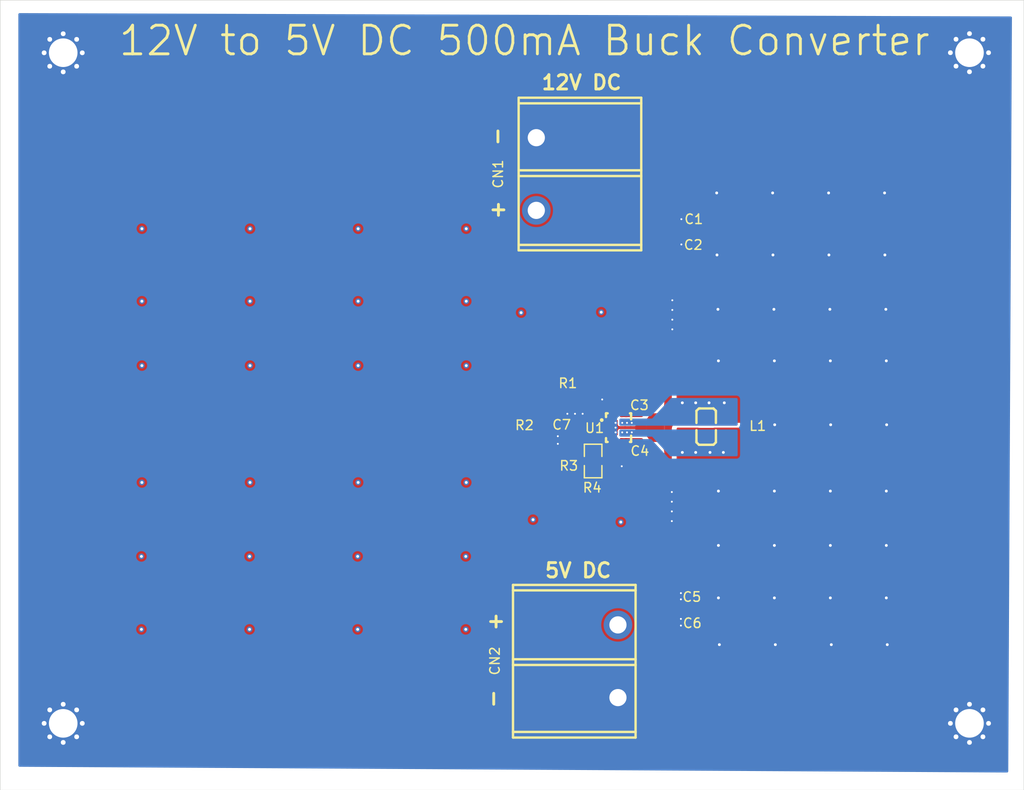
<source format=kicad_pcb>
(kicad_pcb (version 20241229) (generator "pcbnew") (generator_version "9.0")
  (layers (0 "F.Cu" signal) (2 "B.Cu" signal) (13 "F.Paste" user) (15 "B.Paste" user) (5 "F.SilkS" user "F.Silkscreen") (7 "B.SilkS" user "B.Silkscreen") (1 "F.Mask" user) (3 "B.Mask" user) (25 "Edge.Cuts" user))
  (net 0 "")
  (net 1 "+12V")
  (net 2 "GND")
  (net 3 "+5V")
  (net 4 "L2")
  (net 5 "L1")
  (net 6 "Net-(U1-EN)")
  (net 7 "Net-(U1-FB)")
  (net 8 "PG")
  (net 9 "Vaux")
  (footprint "PCM_JLCPCB:R_0603" (layer "F.Cu") (at 169.15 96.25 90)
    (property "Reference" "R2" (at 0 -1.8 180) (layer "F.SilkS"))
    (property "Value" "100kΩ" (hide yes))
    (pad "1" smd roundrect (at -0.82 0 90) (size 0.8 0.95) (layers "F.Cu" "F.Mask" "F.Paste") (net 3 "+5V"))
    (pad "2" smd roundrect (at 0.82 0 90) (size 0.8 0.95) (layers "F.Cu" "F.Mask" "F.Paste") (net 8 "PG"))
  )
  (footprint "PCM_JLCPCB:C_0805" (layer "F.Cu") (at 181.75 116.9)
    (property "Reference" "C6" (at 3.2 0.1 0) (layer "F.SilkS"))
    (property "Value" "47uF" (hide yes))
    (pad "1" smd roundrect (at -0.95 0) (size 1 1.45) (layers "F.Cu" "F.Mask" "F.Paste") (net 3 "+5V"))
    (pad "2" smd roundrect (at 0.95 0) (size 1 1.45) (layers "F.Cu" "F.Mask" "F.Paste") (net 2 "GND"))
  )
  (footprint "EasyEDA:L0805" (layer "F.Cu") (at 186.4 96.43 -90)
    (property "Reference" "L1" (at -0.1 -5.4 180) (layer "F.SilkS"))
    (property "Value" "MLI2012F-1R5KT" (hide yes))
    (fp_line (start -1.69 1.02) (end -0.42 1.02) (stroke (width 0.25)) (layer "F.SilkS"))
    (fp_line (start 0.34 1.02) (end 1.48 1.02) (stroke (width 0.25)) (layer "F.SilkS"))
    (fp_line (start 1.48 1.02) (end 1.61 1.02) (stroke (width 0.25)) (layer "F.SilkS"))
    (fp_line (start 1.61 1.02) (end 1.87 0.76) (stroke (width 0.25)) (layer "F.SilkS"))
    (fp_line (start -1.94 0.76) (end -1.69 1.02) (stroke (width 0.25)) (layer "F.SilkS"))
    (fp_line (start 1.87 0.76) (end 1.87 -0.63) (stroke (width 0.25)) (layer "F.SilkS"))
    (fp_line (start -1.94 0.64) (end -1.94 0.76) (stroke (width 0.25)) (layer "F.SilkS"))
    (fp_line (start 1.87 -0.63) (end 1.87 -0.76) (stroke (width 0.25)) (layer "F.SilkS"))
    (fp_line (start -1.94 -0.76) (end -1.94 0.64) (stroke (width 0.25)) (layer "F.SilkS"))
    (fp_line (start 1.87 -0.76) (end 1.61 -1.02) (stroke (width 0.25)) (layer "F.SilkS"))
    (fp_line (start -1.69 -1.02) (end -1.94 -0.76) (stroke (width 0.25)) (layer "F.SilkS"))
    (fp_line (start -1.56 -1.02) (end -1.69 -1.02) (stroke (width 0.25)) (layer "F.SilkS"))
    (fp_line (start -0.42 -1.02) (end -1.56 -1.02) (stroke (width 0.25)) (layer "F.SilkS"))
    (fp_line (start 1.61 -1.02) (end 0.34 -1.02) (stroke (width 0.25)) (layer "F.SilkS"))
    (pad "1" smd rect (at -0.97 0 270) (size 1.13 1.38) (layers "F.Cu" "F.Mask" "F.Paste") (net 5 "L1"))
    (pad "2" smd rect (at 0.97 0 270) (size 1.13 1.38) (layers "F.Cu" "F.Mask" "F.Paste") (net 4 "L2"))
  )
  (footprint "EasyEDA:CONN-TH_2P-P7.62_DBT10-7.62-2P" (layer "F.Cu") (at 177.15 120.99 -90)
    (property "Reference" "CN2" (at -0.0325 12.9 90) (layer "F.SilkS"))
    (property "Value" "DBT10-7.62-2P" (hide yes))
    (fp_line (start -8 11) (end 8 11) (stroke (width 0.25)) (layer "F.SilkS"))
    (fp_line (start -8 -1.85) (end -8 11) (stroke (width 0.25)) (layer "F.SilkS"))
    (fp_line (start -8 -1.85) (end 8 -1.85) (stroke (width 0.25)) (layer "F.SilkS"))
    (fp_line (start -7.43 -1.85) (end -7.43 11) (stroke (width 0.25)) (layer "F.SilkS"))
    (fp_line (start -0.21 -1.85) (end -0.21 11) (stroke (width 0.25)) (layer "F.SilkS"))
    (fp_line (start 0.39 -1.85) (end 0.39 11) (stroke (width 0.25)) (layer "F.SilkS"))
    (fp_line (start 7.41 -1.85) (end 7.41 11) (stroke (width 0.25)) (layer "F.SilkS"))
    (fp_line (start 8 -1.85) (end 8 11) (stroke (width 0.25)) (layer "F.SilkS"))
    (pad "1" thru_hole circle (at -3.81 0 270) (size 3 3) (drill 1.799996) (layers "*.Cu" "*.Mask") (net 3 "+5V"))
    (pad "2" thru_hole circle (at 3.81 0 270) (size 3 3) (drill 1.799996) (layers "*.Cu" "*.Mask") (net 2 "GND"))
  )
  (footprint "PCM_JLCPCB:C_0402" (layer "F.Cu") (at 172.8 96.25 90)
    (property "Reference" "C7" (at 0.05 -1.55 180) (layer "F.SilkS"))
    (property "Value" "100nF" (hide yes))
    (pad "1" smd roundrect (at -0.5 0 90) (size 0.56 0.62) (layers "F.Cu" "F.Mask" "F.Paste") (net 9 "Vaux"))
    (pad "2" smd roundrect (at 0.5 0 90) (size 0.56 0.62) (layers "F.Cu" "F.Mask" "F.Paste") (net 2 "GND"))
  )
  (footprint "EasyEDA:CONN-TH_2P-P7.62_DBT10-7.62-2P" (layer "F.Cu") (at 168.5925 69.9175 90)
    (property "Reference" "CN1" (at 0 -4 90) (layer "F.SilkS"))
    (property "Value" "DBT10-7.62-2P" (hide yes))
    (fp_line (start 8 -1.85) (end 8 11) (stroke (width 0.25)) (layer "F.SilkS"))
    (fp_line (start 7.41 -1.85) (end 7.41 11) (stroke (width 0.25)) (layer "F.SilkS"))
    (fp_line (start 0.39 -1.85) (end 0.39 11) (stroke (width 0.25)) (layer "F.SilkS"))
    (fp_line (start -0.21 -1.85) (end -0.21 11) (stroke (width 0.25)) (layer "F.SilkS"))
    (fp_line (start -7.43 -1.85) (end -7.43 11) (stroke (width 0.25)) (layer "F.SilkS"))
    (fp_line (start -8 -1.85) (end 8 -1.85) (stroke (width 0.25)) (layer "F.SilkS"))
    (fp_line (start -8 -1.85) (end -8 11) (stroke (width 0.25)) (layer "F.SilkS"))
    (fp_line (start -8 11) (end 8 11) (stroke (width 0.25)) (layer "F.SilkS"))
    (pad "1" thru_hole circle (at -3.81 0 90) (size 3 3) (drill 1.799996) (layers "*.Cu" "*.Mask") (net 1 "+12V"))
    (pad "2" thru_hole circle (at 3.81 0 90) (size 3 3) (drill 1.799996) (layers "*.Cu" "*.Mask") (net 2 "GND"))
  )
  (footprint "PCM_JLCPCB:C_0805" (layer "F.Cu") (at 181.75 114.2)
    (property "Reference" "C5" (at 3.15 0.05 0) (layer "F.SilkS"))
    (property "Value" "10uF" (hide yes))
    (pad "1" smd roundrect (at -0.95 0) (size 1 1.45) (layers "F.Cu" "F.Mask" "F.Paste") (net 3 "+5V"))
    (pad "2" smd roundrect (at 0.95 0) (size 1 1.45) (layers "F.Cu" "F.Mask" "F.Paste") (net 2 "GND"))
  )
  (footprint "PCM_JLCPCB:C_0603" (layer "F.Cu") (at 180.9 98.22 90)
    (property "Reference" "C4" (at -0.73 -1.45 180) (layer "F.SilkS"))
    (property "Value" "10uF" (hide yes))
    (pad "1" smd roundrect (at -0.78 0 90) (size 0.9 0.95) (layers "F.Cu" "F.Mask" "F.Paste") (net 3 "+5V"))
    (pad "2" smd roundrect (at 0.78 0 90) (size 0.9 0.95) (layers "F.Cu" "F.Mask" "F.Paste") (net 2 "GND"))
  )
  (footprint "PCM_JLCPCB:Hole, 3mm" (layer "F.Cu") (at 214 57.2)
    (property "Reference" "H3" (hide yes))
    (property "Value" "~" (hide yes))
    (pad "1" thru_hole circle (at -2 0 90) (size 0.6 0.6) (drill 0.5) (layers "*.Cu" "*.Mask") (net 2 "GND"))
    (pad "1" thru_hole circle (at -1.41 -1.41 135) (size 0.6 0.6) (drill 0.5) (layers "*.Cu" "*.Mask") (net 2 "GND"))
    (pad "1" thru_hole circle (at -1.41 1.41 225) (size 0.6 0.6) (drill 0.5) (layers "*.Cu" "*.Mask") (net 2 "GND"))
    (pad "1" thru_hole circle (at 0 -2 225) (size 0.6 0.6) (drill 0.5) (layers "*.Cu" "*.Mask") (net 2 "GND"))
    (pad "1" thru_hole circle (at 0 0 90) (size 5 5) (drill 3) (layers "*.Cu" "*.Mask") (net 2 "GND"))
    (pad "1" thru_hole circle (at 0 2 90) (size 0.6 0.6) (drill 0.5) (layers "*.Cu" "*.Mask") (net 2 "GND"))
    (pad "1" thru_hole circle (at 1.41 -1.41 180) (size 0.6 0.6) (drill 0.5) (layers "*.Cu" "*.Mask") (net 2 "GND"))
    (pad "1" thru_hole circle (at 1.41 1.41 90) (size 0.6 0.6) (drill 0.5) (layers "*.Cu" "*.Mask") (net 2 "GND"))
    (pad "1" thru_hole circle (at 2 0 90) (size 0.6 0.6) (drill 0.5) (layers "*.Cu" "*.Mask") (net 2 "GND"))
  )
  (footprint "PCM_JLCPCB:C_0603" (layer "F.Cu") (at 180.9 94.72 -90)
    (property "Reference" "C3" (at -0.57 1.5 180) (layer "F.SilkS"))
    (property "Value" "10uF" (hide yes))
    (pad "1" smd roundrect (at -0.78 0 270) (size 0.9 0.95) (layers "F.Cu" "F.Mask" "F.Paste") (net 1 "+12V"))
    (pad "2" smd roundrect (at 0.78 0 270) (size 0.9 0.95) (layers "F.Cu" "F.Mask" "F.Paste") (net 2 "GND"))
  )
  (footprint "PCM_JLCPCB:R_0603" (layer "F.Cu") (at 171.9 93.15)
    (property "Reference" "R1" (at 0 -1.3 0) (layer "F.SilkS"))
    (property "Value" "10kΩ" (hide yes))
    (pad "1" smd roundrect (at -0.82 0) (size 0.8 0.95) (layers "F.Cu" "F.Mask" "F.Paste") (net 1 "+12V"))
    (pad "2" smd roundrect (at 0.82 0) (size 0.8 0.95) (layers "F.Cu" "F.Mask" "F.Paste") (net 6 "Net-(U1-EN)"))
  )
  (footprint "PCM_JLCPCB:Hole, 3mm" (layer "F.Cu") (at 119 127.5)
    (property "Reference" "H2" (hide yes))
    (property "Value" "~" (hide yes))
    (pad "1" thru_hole circle (at -2 0 90) (size 0.6 0.6) (drill 0.5) (layers "*.Cu" "*.Mask") (net 2 "GND"))
    (pad "1" thru_hole circle (at -1.41 -1.41 135) (size 0.6 0.6) (drill 0.5) (layers "*.Cu" "*.Mask") (net 2 "GND"))
    (pad "1" thru_hole circle (at -1.41 1.41 225) (size 0.6 0.6) (drill 0.5) (layers "*.Cu" "*.Mask") (net 2 "GND"))
    (pad "1" thru_hole circle (at 0 -2 225) (size 0.6 0.6) (drill 0.5) (layers "*.Cu" "*.Mask") (net 2 "GND"))
    (pad "1" thru_hole circle (at 0 0 90) (size 5 5) (drill 3) (layers "*.Cu" "*.Mask") (net 2 "GND"))
    (pad "1" thru_hole circle (at 0 2 90) (size 0.6 0.6) (drill 0.5) (layers "*.Cu" "*.Mask") (net 2 "GND"))
    (pad "1" thru_hole circle (at 1.41 -1.41 180) (size 0.6 0.6) (drill 0.5) (layers "*.Cu" "*.Mask") (net 2 "GND"))
    (pad "1" thru_hole circle (at 1.41 1.41 90) (size 0.6 0.6) (drill 0.5) (layers "*.Cu" "*.Mask") (net 2 "GND"))
    (pad "1" thru_hole circle (at 2 0 90) (size 0.6 0.6) (drill 0.5) (layers "*.Cu" "*.Mask") (net 2 "GND"))
  )
  (footprint "PCM_JLCPCB:Hole, 3mm" (layer "F.Cu") (at 119 57.21)
    (property "Reference" "H1" (hide yes))
    (property "Value" "~" (hide yes))
    (pad "1" thru_hole circle (at -2 0 90) (size 0.6 0.6) (drill 0.5) (layers "*.Cu" "*.Mask") (net 2 "GND"))
    (pad "1" thru_hole circle (at -1.41 -1.41 135) (size 0.6 0.6) (drill 0.5) (layers "*.Cu" "*.Mask") (net 2 "GND"))
    (pad "1" thru_hole circle (at -1.41 1.41 225) (size 0.6 0.6) (drill 0.5) (layers "*.Cu" "*.Mask") (net 2 "GND"))
    (pad "1" thru_hole circle (at 0 -2 225) (size 0.6 0.6) (drill 0.5) (layers "*.Cu" "*.Mask") (net 2 "GND"))
    (pad "1" thru_hole circle (at 0 -0.01 90) (size 5 5) (drill 3) (layers "*.Cu" "*.Mask") (net 2 "GND"))
    (pad "1" thru_hole circle (at 0 2 90) (size 0.6 0.6) (drill 0.5) (layers "*.Cu" "*.Mask") (net 2 "GND"))
    (pad "1" thru_hole circle (at 1.41 -1.41 180) (size 0.6 0.6) (drill 0.5) (layers "*.Cu" "*.Mask") (net 2 "GND"))
    (pad "1" thru_hole circle (at 1.41 1.41 90) (size 0.6 0.6) (drill 0.5) (layers "*.Cu" "*.Mask") (net 2 "GND"))
    (pad "1" thru_hole circle (at 2 0 90) (size 0.6 0.6) (drill 0.5) (layers "*.Cu" "*.Mask") (net 2 "GND"))
  )
  (footprint "EasyEDA:VQFN-HR-15_L3.0-W2.5-P0.50-BL_TPS63070RNMR" (layer "F.Cu") (at 177.08 96.5 -90)
    (property "Reference" "U1" (at 0.05 2.38 180) (layer "F.SilkS"))
    (property "Value" "TPS63070RNMR" (hide yes))
    (fp_line (start -1.5 1.18) (end -1.11 1.18) (stroke (width 0.25)) (layer "F.SilkS"))
    (fp_line (start 1.1 1.18) (end 1.5 1.18) (stroke (width 0.25)) (layer "F.SilkS"))
    (fp_line (start 1.5 1.18) (end 1.5 1.01) (stroke (width 0.25)) (layer "F.SilkS"))
    (fp_line (start -1.5 1.01) (end -1.5 1.18) (stroke (width 0.25)) (layer "F.SilkS"))
    (fp_line (start 1.5 -1.33) (end 1.5 -1.45) (stroke (width 0.25)) (layer "F.SilkS"))
    (fp_line (start -1.5 -1.45) (end -1.5 -1.33) (stroke (width 0.25)) (layer "F.SilkS"))
    (fp_line (start -0.86 -1.45) (end -1.5 -1.45) (stroke (width 0.25)) (layer "F.SilkS"))
    (fp_line (start 1.5 -1.45) (end 0.85 -1.45) (stroke (width 0.25)) (layer "F.SilkS"))
    (fp_circle (center -0.79 1.63) (end -0.69 1.63) (stroke (width 0.2)) (fill no) (layer "F.SilkS"))
    (pad "1" smd rect (at -0.75 1.02 90) (size 0.25 0.7) (layers "F.Cu" "F.Mask" "F.Paste") (net 6 "Net-(U1-EN)"))
    (pad "2" smd rect (at -0.25 1.02 90) (size 0.25 0.7) (layers "F.Cu" "F.Mask" "F.Paste") (net 8 "PG"))
    (pad "3" smd rect (at 0.25 1.02 90) (size 0.25 0.7) (layers "F.Cu" "F.Mask" "F.Paste") (net 9 "Vaux"))
    (pad "4" smd rect (at 0.75 1.02 90) (size 0.25 0.7) (layers "F.Cu" "F.Mask" "F.Paste") (net 2 "GND"))
    (pad "5" smd rect (at 1.45 0.57 180) (size 0.25 0.7) (layers "F.Cu" "F.Mask" "F.Paste") (net 7 "Net-(U1-FB)"))
    (pad "6" smd rect (at 1.45 0.07 180) (size 0.25 0.7) (layers "F.Cu" "F.Mask" "F.Paste") (net 2 "GND"))
    (pad "7" smd rect (at 1.45 -0.43 180) (size 0.25 0.7) (layers "F.Cu" "F.Mask" "F.Paste") (net 3 "+5V"))
    (pad "8" smd rect (at 1.45 -0.93 180) (size 0.25 0.7) (layers "F.Cu" "F.Mask" "F.Paste") (net 3 "+5V"))
    (pad "9" smd rect (at 0.5 -1.02 270) (size 0.25 1.45) (layers "F.Cu" "F.Mask" "F.Paste") (net 4 "L2"))
    (pad "10" smd rect (at 0 -0.82 270) (size 0.25 1.85) (layers "F.Cu" "F.Mask" "F.Paste") (net 2 "GND"))
    (pad "11" smd rect (at -0.5 -1.02 270) (size 0.25 1.45) (layers "F.Cu" "F.Mask" "F.Paste") (net 5 "L1"))
    (pad "12" smd rect (at -1.45 -0.93) (size 0.25 0.7) (layers "F.Cu" "F.Mask" "F.Paste") (net 1 "+12V"))
    (pad "13" smd rect (at -1.45 -0.43) (size 0.25 0.7) (layers "F.Cu" "F.Mask" "F.Paste") (net 1 "+12V"))
    (pad "14" smd rect (at -1.45 0.07) (size 0.25 0.7) (layers "F.Cu" "F.Mask" "F.Paste") (net 6 "Net-(U1-EN)"))
    (pad "15" smd rect (at -1.45 0.57) (size 0.25 0.7) (layers "F.Cu" "F.Mask" "F.Paste") (net 2 "GND"))
  )
  (footprint "PCM_JLCPCB:C_0805" (layer "F.Cu") (at 181.7 77.3)
    (property "Reference" "C2" (at 3.35 0.05 0) (layer "F.SilkS"))
    (property "Value" "22uF" (hide yes))
    (pad "1" smd roundrect (at -0.95 0) (size 1 1.45) (layers "F.Cu" "F.Mask" "F.Paste") (net 1 "+12V"))
    (pad "2" smd roundrect (at 0.95 0) (size 1 1.45) (layers "F.Cu" "F.Mask" "F.Paste") (net 2 "GND"))
  )
  (footprint "PCM_JLCPCB:C_0805" (layer "F.Cu") (at 181.7 74.6)
    (property "Reference" "C1" (at 3.4 0.05 0) (layer "F.SilkS"))
    (property "Value" "22uF" (hide yes))
    (pad "1" smd roundrect (at -0.95 0) (size 1 1.45) (layers "F.Cu" "F.Mask" "F.Paste") (net 1 "+12V"))
    (pad "2" smd roundrect (at 0.95 0) (size 1 1.45) (layers "F.Cu" "F.Mask" "F.Paste") (net 2 "GND"))
  )
  (footprint "PCM_JLCPCB:Hole, 3mm" (layer "F.Cu") (at 214 127.5)
    (property "Reference" "H4" (hide yes))
    (property "Value" "~" (hide yes))
    (pad "1" thru_hole circle (at -2 0 90) (size 0.6 0.6) (drill 0.5) (layers "*.Cu" "*.Mask") (net 2 "GND"))
    (pad "1" thru_hole circle (at -1.41 -1.41 135) (size 0.6 0.6) (drill 0.5) (layers "*.Cu" "*.Mask") (net 2 "GND"))
    (pad "1" thru_hole circle (at -1.41 1.41 225) (size 0.6 0.6) (drill 0.5) (layers "*.Cu" "*.Mask") (net 2 "GND"))
    (pad "1" thru_hole circle (at 0 -2 225) (size 0.6 0.6) (drill 0.5) (layers "*.Cu" "*.Mask") (net 2 "GND"))
    (pad "1" thru_hole circle (at 0 0 90) (size 5 5) (drill 3) (layers "*.Cu" "*.Mask") (net 2 "GND"))
    (pad "1" thru_hole circle (at 0 2 90) (size 0.6 0.6) (drill 0.5) (layers "*.Cu" "*.Mask") (net 2 "GND"))
    (pad "1" thru_hole circle (at 1.41 -1.41 180) (size 0.6 0.6) (drill 0.5) (layers "*.Cu" "*.Mask") (net 2 "GND"))
    (pad "1" thru_hole circle (at 1.41 1.41 90) (size 0.6 0.6) (drill 0.5) (layers "*.Cu" "*.Mask") (net 2 "GND"))
    (pad "1" thru_hole circle (at 2 0 90) (size 0.6 0.6) (drill 0.5) (layers "*.Cu" "*.Mask") (net 2 "GND"))
  )
  (footprint "EasyEDA:R0805" (layer "F.Cu") (at 174.55 100 -90)
    (property "Reference" "R4" (at 2.8 0.1 180) (layer "F.SilkS"))
    (property "Value" "523kΩ" (hide yes))
    (fp_line (start -1.76 0.92) (end -1.76 -0.92) (stroke (width 0.15)) (layer "F.SilkS"))
    (fp_line (start -0.48 0.92) (end -1.76 0.92) (stroke (width 0.15)) (layer "F.SilkS"))
    (fp_line (start 0.48 0.92) (end 1.76 0.92) (stroke (width 0.15)) (layer "F.SilkS"))
    (fp_line (start 1.76 0.92) (end 1.76 -0.92) (stroke (width 0.15)) (layer "F.SilkS"))
    (fp_line (start -1.76 -0.92) (end -0.48 -0.92) (stroke (width 0.15)) (layer "F.SilkS"))
    (fp_line (start 1.76 -0.92) (end 0.48 -0.92) (stroke (width 0.15)) (layer "F.SilkS"))
    (pad "1" smd rect (at -1 0 270) (size 1.13 1.38) (layers "F.Cu" "F.Mask" "F.Paste") (net 7 "Net-(U1-FB)"))
    (pad "2" smd rect (at 1 0 270) (size 1.13 1.38) (layers "F.Cu" "F.Mask" "F.Paste") (net 3 "+5V"))
  )
  (footprint "PCM_JLCPCB:R_0603" (layer "F.Cu") (at 172 99.2 180)
    (property "Reference" "R3" (at 0 -1.3 0) (layer "F.SilkS"))
    (property "Value" "100kΩ" (hide yes))
    (pad "1" smd roundrect (at -0.82 0 180) (size 0.8 0.95) (layers "F.Cu" "F.Mask" "F.Paste") (net 7 "Net-(U1-FB)"))
    (pad "2" smd roundrect (at 0.82 0 180) (size 0.8 0.95) (layers "F.Cu" "F.Mask" "F.Paste") (net 2 "GND"))
  )
  (gr_rect (start 112.4 51.7) (end 219.7 134.5) (stroke (width 0.05)) (fill no) (layer "Edge.Cuts"))
  (gr_text "5V DC\n" (at 169.35 112.35 0) (layer "F.SilkS") (effects (font (size 1.5 1.5) (thickness 0.3) (bold yes)) (justify left bottom)))
  (gr_text "-" (at 163.8 64.85 270) (layer "F.SilkS") (effects (font (size 1.5 1.5) (thickness 0.3) (bold yes)) (justify left bottom)))
  (gr_text "12V to 5V DC 500mA Buck Converter" (at 124.65 57.7 0) (layer "F.SilkS") (effects (font (size 3 3) (thickness 0.3) (bold yes)) (justify left bottom)))
  (gr_text "+" (at 163.25 117.6 0) (layer "F.SilkS") (effects (font (size 1.5 1.5) (thickness 0.3) (bold yes)) (justify left bottom)))
  (gr_text "-" (at 164.9 126.05 90) (layer "F.SilkS") (effects (font (size 1.5 1.5) (thickness 0.3) (bold yes)) (justify left bottom)))
  (gr_text "+" (at 165.75 72.9 180) (layer "F.SilkS") (effects (font (size 1.5 1.5) (thickness 0.3) (bold yes)) (justify left bottom)))
  (gr_text "12V DC\n" (at 169 61.2 0) (layer "F.SilkS") (effects (font (size 1.5 1.5) (thickness 0.3) (bold yes)) (justify left bottom)))
  (via (at 161.25 75.65) (size 0.6) (drill 0.3) (layers "F.Cu" "B.Cu") (net 1))
  (via (at 127.25 90) (size 0.6) (drill 0.3) (layers "F.Cu" "B.Cu") (net 1))
  (via (at 167 84.45) (size 0.6) (drill 0.3) (layers "F.Cu" "B.Cu") (net 1))
  (via (at 138.583333 83.25) (size 0.6) (drill 0.3) (layers "F.Cu" "B.Cu") (net 1))
  (via (at 138.583333 75.65) (size 0.6) (drill 0.3) (layers "F.Cu" "B.Cu") (net 1))
  (via (at 161.25 90) (size 0.6) (drill 0.3) (layers "F.Cu" "B.Cu") (net 1))
  (via (at 127.25 75.65) (size 0.6) (drill 0.3) (layers "F.Cu" "B.Cu") (net 1))
  (via (at 138.583333 90) (size 0.6) (drill 0.3) (layers "F.Cu" "B.Cu") (net 1))
  (via (at 149.916667 83.25) (size 0.6) (drill 0.3) (layers "F.Cu" "B.Cu") (net 1))
  (via (at 149.916667 90) (size 0.6) (drill 0.3) (layers "F.Cu" "B.Cu") (net 1))
  (via (at 161.25 83.25) (size 0.6) (drill 0.3) (layers "F.Cu" "B.Cu") (net 1))
  (via (at 175.4 84.4) (size 0.6) (drill 0.3) (layers "F.Cu" "B.Cu") (net 1))
  (via (at 127.25 83.25) (size 0.6) (drill 0.3) (layers "F.Cu" "B.Cu") (net 1))
  (via (at 149.916667 75.65) (size 0.6) (drill 0.3) (layers "F.Cu" "B.Cu") (net 1))
  (segment (start 176.15 93.85) (end 176.51 94.21) (width 0.2) (layer "F.Cu") (net 2))
  (segment (start 175.8 93.85) (end 176.15 93.85) (width 0.2) (layer "F.Cu") (net 2))
  (segment (start 176.9 96.5) (end 177.9 96.5) (width 0.3) (layer "F.Cu") (net 2))
  (segment (start 177.01 97.95) (end 177.01 100.01) (width 0.2) (layer "F.Cu") (net 2))
  (segment (start 177.9 96.5) (end 178.5 96.5) (width 0.3) (layer "F.Cu") (net 2))
  (segment (start 175.5 93.55) (end 175.8 93.85) (width 0.2) (layer "F.Cu") (net 2))
  (segment (start 177.01 100.01) (end 177.55 100.55) (width 0.2) (layer "F.Cu") (net 2))
  (segment (start 178.5 96.5) (end 180.6 96.5) (width 0.3) (layer "F.Cu") (net 2))
  (segment (start 176.51 94.21) (end 176.51 95.05) (width 0.2) (layer "F.Cu") (net 2))
  (via (at 199.416666 108.85) (size 0.6) (drill 0.3) (layers "F.Cu" "B.Cu") (net 2))
  (via (at 199.366666 84.1) (size 0.6) (drill 0.3) (layers "F.Cu" "B.Cu") (net 2))
  (via (at 182.85 84.166667) (size 0.4) (drill 0.2) (layers "F.Cu" "B.Cu") (net 2))
  (via (at 183.75 116.55) (size 0.4) (drill 0.2) (layers "F.Cu" "B.Cu") (net 2))
  (via (at 182.85 83.15) (size 0.4) (drill 0.2) (layers "F.Cu" "B.Cu") (net 2))
  (via (at 183.8 77.3) (size 0.4) (drill 0.2) (layers "F.Cu" "B.Cu") (net 2))
  (via (at 173.45 95.05) (size 0.4) (drill 0.2) (layers "F.Cu" "B.Cu") (net 2))
  (via (at 205.383333 119.25) (size 0.6) (drill 0.3) (layers "F.Cu" "B.Cu") (net 2))
  (via (at 205.283333 103.15) (size 0.6) (drill 0.3) (layers "F.Cu" "B.Cu") (net 2))
  (via (at 193.55 114.35) (size 0.6) (drill 0.3) (layers "F.Cu" "B.Cu") (net 2))
  (via (at 205.316666 96.2) (size 0.6) (drill 0.3) (layers "F.Cu" "B.Cu") (net 2))
  (via (at 199.416666 103.15) (size 0.6) (drill 0.3) (layers "F.Cu" "B.Cu") (net 2))
  (via (at 205.283333 114.35) (size 0.6) (drill 0.3) (layers "F.Cu" "B.Cu") (net 2))
  (via (at 177.55 100.55) (size 0.4) (drill 0.2) (layers "F.Cu" "B.Cu") (net 2))
  (via (at 205.1 71.9) (size 0.6) (drill 0.3) (layers "F.Cu" "B.Cu") (net 2))
  (via (at 193.65 119.25) (size 0.6) (drill 0.3) (layers "F.Cu" "B.Cu") (net 2))
  (via (at 193.583333 96.2) (size 0.6) (drill 0.3) (layers "F.Cu" "B.Cu") (net 2))
  (via (at 193.55 89.5) (size 0.6) (drill 0.3) (layers "F.Cu" "B.Cu") (net 2))
  (via (at 199.45 96.2) (size 0.6) (drill 0.3) (layers "F.Cu" "B.Cu") (net 2))
  (via (at 187.683333 89.5) (size 0.6) (drill 0.3) (layers "F.Cu" "B.Cu") (net 2))
  (via (at 199.266666 78.4) (size 0.6) (drill 0.3) (layers "F.Cu" "B.Cu") (net 2))
  (via (at 172.65 95.05) (size 0.4) (drill 0.2) (layers "F.Cu" "B.Cu") (net 2))
  (via (at 182.8 103.25) (size 0.4) (drill 0.2) (layers "F.Cu" "B.Cu") (net 2))
  (via (at 193.55 103.15) (size 0.6) (drill 0.3) (layers "F.Cu" "B.Cu") (net 2))
  (via (at 187.783333 119.25) (size 0.6) (drill 0.3) (layers "F.Cu" "B.Cu") (net 2))
  (via (at 187.683333 103.15) (size 0.6) (drill 0.3) (layers "F.Cu" "B.Cu") (net 2))
  (via (at 193.5 84.1) (size 0.6) (drill 0.3) (layers "F.Cu" "B.Cu") (net 2))
  (via (at 176.9 96.5) (size 0.4) (drill 0.2) (layers "F.Cu" "B.Cu") (net 2))
  (via (at 183.75 113.85) (size 0.4) (drill 0.2) (layers "F.Cu" "B.Cu") (net 2))
  (via (at 199.416666 89.5) (size 0.6) (drill 0.3) (layers "F.Cu" "B.Cu") (net 2))
  (via (at 183.8 74.65) (size 0.4) (drill 0.2) (layers "F.Cu" "B.Cu") (net 2))
  (via (at 205.283333 89.5) (size 0.6) (drill 0.3) (layers "F.Cu" "B.Cu") (net 2))
  (via (at 199.233333 71.9) (size 0.6) (drill 0.3) (layers "F.Cu" "B.Cu") (net 2))
  (via (at 193.4 78.4) (size 0.6) (drill 0.3) (layers "F.Cu" "B.Cu") (net 2))
  (via (at 183.75 114.5) (size 0.4) (drill 0.2) (layers "F.Cu" "B.Cu") (net 2))
  (via (at 170.85 98.2) (size 0.4) (drill 0.2) (layers "F.Cu" "B.Cu") (net 2))
  (via (at 182.85 85.183333) (size 0.4) (drill 0.2) (layers "F.Cu" "B.Cu") (net 2))
  (via (at 171.85 95.05) (size 0.4) (drill 0.2) (layers "F.Cu" "B.Cu") (net 2))
  (via (at 182.8 105.283333) (size 0.4) (drill 0.2) (layers "F.Cu" "B.Cu") (net 2))
  (via (at 175.5 93.55) (size 0.4) (drill 0.2) (layers "F.Cu" "B.Cu") (net 2))
  (via (at 182.85 86.2) (size 0.4) (drill 0.2) (layers "F.Cu" "B.Cu") (net 2))
  (via (at 199.416666 114.35) (size 0.6) (drill 0.3) (layers "F.Cu" "B.Cu") (net 2))
  (via (at 193.55 108.85) (size 0.6) (drill 0.3) (layers "F.Cu" "B.Cu") (net 2))
  (via (at 187.5 71.9) (size 0.6) (drill 0.3) (layers "F.Cu" "B.Cu") (net 2))
  (via (at 187.633333 84.1) (size 0.6) (drill 0.3) (layers "F.Cu" "B.Cu") (net 2))
  (via (at 176.9 97) (size 0.4) (drill 0.2) (layers "F.Cu" "B.Cu") (net 2))
  (via (at 199.516666 119.25) (size 0.6) (drill 0.3) (layers "F.Cu" "B.Cu") (net 2))
  (via (at 183.75 117.25) (size 0.4) (drill 0.2) (layers "F.Cu" "B.Cu") (net 2))
  (via (at 193.366667 71.9) (size 0.6) (drill 0.3) (layers "F.Cu" "B.Cu") (net 2))
  (via (at 187.683333 108.85) (size 0.6) (drill 0.3) (layers "F.Cu" "B.Cu") (net 2))
  (via (at 176.9 96) (size 0.4) (drill 0.2) (layers "F.Cu" "B.Cu") (net 2))
  (via (at 182.8 104.266667) (size 0.4) (drill 0.2) (layers "F.Cu" "B.Cu") (net 2))
  (via (at 187.533333 78.4) (size 0.6) (drill 0.3) (layers "F.Cu" "B.Cu") (net 2))
  (via (at 182.8 106.3) (size 0.4) (drill 0.2) (layers "F.Cu" "B.Cu") (net 2))
  (via (at 170.85 97.4) (size 0.4) (drill 0.2) (layers "F.Cu" "B.Cu") (net 2))
  (via (at 205.133333 78.4) (size 0.6) (drill 0.3) (layers "F.Cu" "B.Cu") (net 2))
  (via (at 205.283333 108.85) (size 0.6) (drill 0.3) (layers "F.Cu" "B.Cu") (net 2))
  (via (at 205.233333 84.1) (size 0.6) (drill 0.3) (layers "F.Cu" "B.Cu") (net 2))
  (via (at 187.683333 114.35) (size 0.6) (drill 0.3) (layers "F.Cu" "B.Cu") (net 2))
  (via (at 168.25 106.15) (size 0.6) (drill 0.3) (layers "F.Cu" "B.Cu") (net 3))
  (via (at 149.866667 110) (size 0.6) (drill 0.3) (layers "F.Cu" "B.Cu") (net 3))
  (via (at 161.2 117.65) (size 0.6) (drill 0.3) (layers "F.Cu" "B.Cu") (net 3))
  (via (at 138.583333 102.25) (size 0.6) (drill 0.3) (layers "F.Cu" "B.Cu") (net 3))
  (via (at 177.45 106.4) (size 0.6) (drill 0.3) (layers "F.Cu" "B.Cu") (net 3))
  (via (at 149.916667 102.25) (size 0.6) (drill 0.3) (layers "F.Cu" "B.Cu") (net 3))
  (via (at 138.533333 117.65) (size 0.6) (drill 0.3) (layers "F.Cu" "B.Cu") (net 3))
  (via (at 161.25 102.25) (size 0.6) (drill 0.3) (layers "F.Cu" "B.Cu") (net 3))
  (via (at 127.2 117.65) (size 0.6) (drill 0.3) (layers "F.Cu" "B.Cu") (net 3))
  (via (at 138.533333 110) (size 0.6) (drill 0.3) (layers "F.Cu" "B.Cu") (net 3))
  (via (at 149.866667 117.65) (size 0.6) (drill 0.3) (layers "F.Cu" "B.Cu") (net 3))
  (via (at 127.25 102.25) (size 0.6) (drill 0.3) (layers "F.Cu" "B.Cu") (net 3))
  (via (at 127.2 110) (size 0.6) (drill 0.3) (layers "F.Cu" "B.Cu") (net 3))
  (via (at 161.2 110) (size 0.6) (drill 0.3) (layers "F.Cu" "B.Cu") (net 3))
  (via (at 183.9 99.1) (size 0.6) (drill 0.3) (layers "F.Cu" "B.Cu") (net 4))
  (via (at 177.6 97) (size 0.4) (drill 0.2) (layers "F.Cu" "B.Cu") (net 4))
  (via (at 178.6 97) (size 0.4) (drill 0.2) (layers "F.Cu" "B.Cu") (net 4))
  (via (at 178.1 97) (size 0.4) (drill 0.2) (layers "F.Cu" "B.Cu") (net 4))
  (via (at 185.3 99.1) (size 0.6) (drill 0.3) (layers "F.Cu" "B.Cu") (net 4))
  (via (at 186.8 99.1) (size 0.6) (drill 0.3) (layers "F.Cu" "B.Cu") (net 4))
  (via (at 188.2 99.1) (size 0.6) (drill 0.3) (layers "F.Cu" "B.Cu") (net 4))
  (via (at 178.1 96) (size 0.4) (drill 0.2) (layers "F.Cu" "B.Cu") (net 5))
  (via (at 186.7 93.9) (size 0.6) (drill 0.3) (layers "F.Cu" "B.Cu") (net 5))
  (via (at 188.3 93.9) (size 0.6) (drill 0.3) (layers "F.Cu" "B.Cu") (net 5))
  (via (at 185.3 93.9) (size 0.6) (drill 0.3) (layers "F.Cu" "B.Cu") (net 5))
  (via (at 177.6 96) (size 0.4) (drill 0.2) (layers "F.Cu" "B.Cu") (net 5))
  (via (at 183.9 93.9) (size 0.6) (drill 0.3) (layers "F.Cu" "B.Cu") (net 5))
  (via (at 178.6 96) (size 0.4) (drill 0.2) (layers "F.Cu" "B.Cu") (net 5))
  (segment (start 172.82 93.15) (end 172.72 93.25) (width 0.2) (layer "F.Cu") (net 6))
  (segment (start 176.35 93.15) (end 177.01 93.81) (width 0.2) (layer "F.Cu") (net 6))
  (segment (start 175 93.15) (end 176.35 93.15) (width 0.2) (layer "F.Cu") (net 6))
  (segment (start 176.06 95.75) (end 175.3 95.75) (width 0.2) (layer "F.Cu") (net 6))
  (segment (start 175 95.45) (end 175 93.15) (width 0.2) (layer "F.Cu") (net 6))
  (segment (start 175.3 95.75) (end 175 95.45) (width 0.2) (layer "F.Cu") (net 6))
  (segment (start 177.01 93.81) (end 177.01 95.05) (width 0.2) (layer "F.Cu") (net 6))
  (segment (start 175 93.15) (end 172.82 93.15) (width 0.2) (layer "F.Cu") (net 6))
  (segment (start 176.51 97.95) (end 176.51 98.19) (width 0.2) (layer "F.Cu") (net 7))
  (segment (start 175.7 99) (end 174.55 99) (width 0.2) (layer "F.Cu") (net 7))
  (segment (start 173.02 99) (end 172.82 99.2) (width 0.2) (layer "F.Cu") (net 7))
  (segment (start 176.51 98.19) (end 175.7 99) (width 0.2) (layer "F.Cu") (net 7))
  (segment (start 174.55 99) (end 173.02 99) (width 0.2) (layer "F.Cu") (net 7))
  (segment (start 169.45 95.05) (end 169.45 95.43) (width 0.2) (layer "F.Cu") (net 8))
  (segment (start 170.35 94.15) (end 169.45 95.05) (width 0.2) (layer "F.Cu") (net 8))
  (segment (start 174.35 94.15) (end 170.35 94.15) (width 0.2) (layer "F.Cu") (net 8))
  (segment (start 175 96.25) (end 174.55 95.8) (width 0.2) (layer "F.Cu") (net 8))
  (segment (start 174.55 95.8) (end 174.55 94.35) (width 0.2) (layer "F.Cu") (net 8))
  (segment (start 176.06 96.25) (end 175 96.25) (width 0.2) (layer "F.Cu") (net 8))
  (segment (start 174.55 94.35) (end 174.35 94.15) (width 0.2) (layer "F.Cu") (net 8))
  (segment (start 176.06 96.75) (end 172.8 96.75) (width 0.2) (layer "F.Cu") (net 9))
  (zone (net 4) (net_name "L2") (layer "F.Cu") (priority 5) (connect_pads yes (clearance 0.5)) (min_thickness 0.25) (fill yes (thermal_gap 0.5) (thermal_bridge_width 0.5))
    (polygon (pts (xy 183.3 96.5) (xy 183.3 99.9) (xy 190.3 99.9) (xy 190.3 96.5)))
  )
  (zone (net 0) (net_name "") (layer "F.Cu") (name "Exclude GND") (connect_pads yes (clearance 0)) (min_thickness 0.25)
    (keepout (tracks allowed) (vias allowed) (pads allowed) (copperpour not_allowed) (footprints allowed))
    (fill (thermal_gap 0.5) (thermal_bridge_width 0.5))
    (polygon (pts (xy 176.4 97.3) (xy 176.4 95.7) (xy 176.65 95.7) (xy 176.65 97.3)))
  )
  (zone (net 0) (net_name "") (layer "F.Cu") (name "Exclude 12V") (connect_pads yes (clearance 0)) (min_thickness 0.2)
    (keepout (tracks allowed) (vias allowed) (pads allowed) (copperpour not_allowed) (footprints allowed))
    (fill (thermal_gap 0.5) (thermal_bridge_width 0.5))
    (polygon (pts (xy 176.7 97.3) (xy 179.75 97.3) (xy 179.75 97.6) (xy 176.7 97.6)))
  )
  (zone (net 5) (net_name "L1") (layer "F.Cu") (priority 3) (connect_pads yes (clearance 0.5)) (min_thickness 0.25) (fill yes (thermal_gap 0.5) (thermal_bridge_width 0.5))
    (polygon (pts (xy 183.3 93) (xy 183.3 96.5) (xy 190.3 96.5) (xy 190.3 93)))
  )
  (zone (net 2) (net_name "GND") (layer "F.Cu") (priority 9) (connect_pads yes (clearance 0.5)) (min_thickness 0.25) (fill yes (thermal_gap 0.5) (thermal_bridge_width 0.5))
    (polygon (pts (xy 182 94.2) (xy 181.555555 95) (xy 180.6 95) (xy 180.1 95.7) (xy 180.1 97.3) (xy 180.6 98) (xy 181.6 98) (xy 182 98.9) (xy 182 94.1)))
  )
  (zone (net 3) (net_name "+5V") (layer "F.Cu") (priority 7) (connect_pads yes (clearance 0.2)) (min_thickness 0.25) (fill yes (thermal_gap 0.5) (thermal_bridge_width 0.5))
    (polygon (pts (xy 121 96.2) (xy 121.1 121.3) (xy 181.5 121.2) (xy 181.5 96.5)))
  )
  (zone (net 2) (net_name "GND") (layer "F.Cu") (priority 10) (connect_pads yes (clearance 0.2)) (min_thickness 0.15) (fill yes (thermal_gap 0.5) (thermal_bridge_width 0.5))
    (polygon (pts (xy 176.5 97.3) (xy 176.5 97.1) (xy 170.25 97.1) (xy 170.25 99.9) (xy 171.960716 99.9) (xy 171.914036 98.592982) (xy 173.3 98) (xy 175 98) (xy 176.1 98)))
  )
  (zone (net 2) (net_name "GND") (layer "F.Cu") (priority 8) (connect_pads yes (clearance 0.25)) (min_thickness 0.25) (fill yes (thermal_gap 0.5) (thermal_bridge_width 0.5))
    (polygon (pts (xy 171.25 94.45) (xy 174.05 94.45) (xy 174.05 96.245902) (xy 171.25 96.2)))
  )
  (zone (net 0) (net_name "") (layer "F.Cu") (name "Exclude 12V") (connect_pads yes (clearance 0)) (min_thickness 0.2)
    (keepout (tracks allowed) (vias allowed) (pads allowed) (copperpour not_allowed) (footprints allowed))
    (fill (thermal_gap 0.5) (thermal_bridge_width 0.5))
    (polygon (pts (xy 176.7 95.4) (xy 179.75 95.4) (xy 179.75 95.7) (xy 176.7 95.7)))
  )
  (zone (net 2) (net_name "GND") (layer "F.Cu") (connect_pads yes (clearance 0.5)) (min_thickness 0.25) (fill yes (thermal_gap 0.5) (thermal_bridge_width 0.5))
    (polygon (pts (xy 209.7 69.6) (xy 209.7 121.2) (xy 181.5 121.2) (xy 181.9 69.6)))
  )
  (zone (net 1) (net_name "+12V") (layer "F.Cu") (priority 1) (connect_pads yes (clearance 0.25)) (min_thickness 0.2) (fill yes (thermal_gap 0.5) (thermal_bridge_width 0.5))
    (polygon (pts (xy 121 69.6) (xy 181.5 69.6) (xy 181.5 96.5) (xy 121 96.2) (xy 121.3 69.3)))
  )
  (zone (net 2) (net_name "GND") (layer "F.Cu") (priority 17) (connect_pads yes (clearance 0.25)) (min_thickness 0.15) (fill yes (thermal_gap 0.5) (thermal_bridge_width 0.5))
    (polygon (pts (xy 180.1 95.7) (xy 176.5 95.7) (xy 176.5 97.3) (xy 180.1 97.3)))
  )
  (zone (net 5) (net_name "L1") (layer "B.Cu") (priority 4) (connect_pads (clearance 0.1)) (min_thickness 0.25) (fill yes (thermal_gap 0.5) (thermal_bridge_width 0.5))
    (polygon (pts (xy 177.3 95.55) (xy 177.3 96.3) (xy 189.7 96.3) (xy 189.7 93.4) (xy 182.723077 93.4) (xy 180.738461 95.55)))
  )
  (zone (net 2) (net_name "GND") (layer "B.Cu") (priority 2) (connect_pads yes (clearance 0.25)) (min_thickness 0.25) (fill yes (thermal_gap 0.5) (thermal_bridge_width 0.5))
    (polygon (pts (xy 218.45 53.4) (xy 218.06478 132.654381) (xy 114.3 132.05) (xy 114.3 53.05)))
  )
  (zone (net 4) (net_name "L2") (layer "B.Cu") (priority 6) (connect_pads (clearance 0.1)) (min_thickness 0.25) (fill yes (thermal_gap 0.5) (thermal_bridge_width 0.5))
    (polygon (pts (xy 177.3 97.45) (xy 177.3 96.7) (xy 189.7 96.7) (xy 189.7 99.5) (xy 182.630769 99.5) (xy 180.738462 97.45)))
  )
)
</source>
